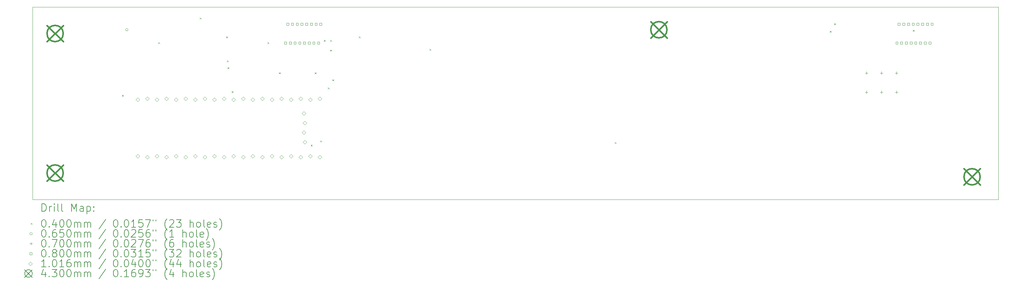
<source format=gbr>
%TF.GenerationSoftware,KiCad,Pcbnew,6.0.10-86aedd382b~118~ubuntu22.04.1*%
%TF.CreationDate,2023-01-16T13:23:33+01:00*%
%TF.ProjectId,tandberg-usb,74616e64-6265-4726-972d-7573622e6b69,rev?*%
%TF.SameCoordinates,Original*%
%TF.FileFunction,Drillmap*%
%TF.FilePolarity,Positive*%
%FSLAX45Y45*%
G04 Gerber Fmt 4.5, Leading zero omitted, Abs format (unit mm)*
G04 Created by KiCad (PCBNEW 6.0.10-86aedd382b~118~ubuntu22.04.1) date 2023-01-16 13:23:33*
%MOMM*%
%LPD*%
G01*
G04 APERTURE LIST*
%ADD10C,0.100000*%
%ADD11C,0.200000*%
%ADD12C,0.040000*%
%ADD13C,0.065000*%
%ADD14C,0.070000*%
%ADD15C,0.080000*%
%ADD16C,0.101600*%
%ADD17C,0.430000*%
G04 APERTURE END LIST*
D10*
X2100000Y-2400000D02*
X27700000Y-2400000D01*
X27700000Y-2400000D02*
X27700000Y-7500000D01*
X27700000Y-7500000D02*
X2100000Y-7500000D01*
X2100000Y-7500000D02*
X2100000Y-2400000D01*
D11*
D12*
X4470000Y-4730000D02*
X4510000Y-4770000D01*
X4510000Y-4730000D02*
X4470000Y-4770000D01*
X5430000Y-3330000D02*
X5470000Y-3370000D01*
X5470000Y-3330000D02*
X5430000Y-3370000D01*
X6530000Y-2680000D02*
X6570000Y-2720000D01*
X6570000Y-2680000D02*
X6530000Y-2720000D01*
X7230000Y-3180000D02*
X7270000Y-3220000D01*
X7270000Y-3180000D02*
X7230000Y-3220000D01*
X7250790Y-3814570D02*
X7290790Y-3854570D01*
X7290790Y-3814570D02*
X7250790Y-3854570D01*
X7267270Y-3993690D02*
X7307270Y-4033690D01*
X7307270Y-3993690D02*
X7267270Y-4033690D01*
X7380000Y-4630000D02*
X7420000Y-4670000D01*
X7420000Y-4630000D02*
X7380000Y-4670000D01*
X8330000Y-3330000D02*
X8370000Y-3370000D01*
X8370000Y-3330000D02*
X8330000Y-3370000D01*
X8630000Y-4130000D02*
X8670000Y-4170000D01*
X8670000Y-4130000D02*
X8630000Y-4170000D01*
X9475360Y-6050080D02*
X9515360Y-6090080D01*
X9515360Y-6050080D02*
X9475360Y-6090080D01*
X9580000Y-4130000D02*
X9620000Y-4170000D01*
X9620000Y-4130000D02*
X9580000Y-4170000D01*
X9723260Y-5935070D02*
X9763260Y-5975070D01*
X9763260Y-5935070D02*
X9723260Y-5975070D01*
X9821070Y-3271930D02*
X9861070Y-3311930D01*
X9861070Y-3271930D02*
X9821070Y-3311930D01*
X9930000Y-4530000D02*
X9970000Y-4570000D01*
X9970000Y-4530000D02*
X9930000Y-4570000D01*
X9985340Y-3271930D02*
X10025340Y-3311930D01*
X10025340Y-3271930D02*
X9985340Y-3311930D01*
X9986030Y-3530000D02*
X10026030Y-3570000D01*
X10026030Y-3530000D02*
X9986030Y-3570000D01*
X10043420Y-4315680D02*
X10083420Y-4355680D01*
X10083420Y-4315680D02*
X10043420Y-4355680D01*
X10751330Y-3178480D02*
X10791330Y-3218480D01*
X10791330Y-3178480D02*
X10751330Y-3218480D01*
X12620470Y-3507970D02*
X12660470Y-3547970D01*
X12660470Y-3507970D02*
X12620470Y-3547970D01*
X17530000Y-5980000D02*
X17570000Y-6020000D01*
X17570000Y-5980000D02*
X17530000Y-6020000D01*
X23226840Y-3030000D02*
X23266840Y-3070000D01*
X23266840Y-3030000D02*
X23226840Y-3070000D01*
X23343000Y-2830000D02*
X23383000Y-2870000D01*
X23383000Y-2830000D02*
X23343000Y-2870000D01*
X25430590Y-3005000D02*
X25470590Y-3045000D01*
X25470590Y-3005000D02*
X25430590Y-3045000D01*
D13*
X4632500Y-3000000D02*
G75*
G03*
X4632500Y-3000000I-32500J0D01*
G01*
D14*
X24200000Y-4111000D02*
X24200000Y-4181000D01*
X24165000Y-4146000D02*
X24235000Y-4146000D01*
X24200000Y-4619000D02*
X24200000Y-4689000D01*
X24165000Y-4654000D02*
X24235000Y-4654000D01*
X24600000Y-4111000D02*
X24600000Y-4181000D01*
X24565000Y-4146000D02*
X24635000Y-4146000D01*
X24600000Y-4619000D02*
X24600000Y-4689000D01*
X24565000Y-4654000D02*
X24635000Y-4654000D01*
X25000000Y-4111000D02*
X25000000Y-4181000D01*
X24965000Y-4146000D02*
X25035000Y-4146000D01*
X25000000Y-4619000D02*
X25000000Y-4689000D01*
X24965000Y-4654000D02*
X25035000Y-4654000D01*
D15*
X8833285Y-3378284D02*
X8833285Y-3321715D01*
X8776716Y-3321715D01*
X8776716Y-3378284D01*
X8833285Y-3378284D01*
X8890785Y-2878284D02*
X8890785Y-2821715D01*
X8834216Y-2821715D01*
X8834216Y-2878284D01*
X8890785Y-2878284D01*
X8958285Y-3378284D02*
X8958285Y-3321715D01*
X8901716Y-3321715D01*
X8901716Y-3378284D01*
X8958285Y-3378284D01*
X9015785Y-2878284D02*
X9015785Y-2821715D01*
X8959216Y-2821715D01*
X8959216Y-2878284D01*
X9015785Y-2878284D01*
X9083285Y-3378284D02*
X9083285Y-3321715D01*
X9026716Y-3321715D01*
X9026716Y-3378284D01*
X9083285Y-3378284D01*
X9140785Y-2878284D02*
X9140785Y-2821715D01*
X9084216Y-2821715D01*
X9084216Y-2878284D01*
X9140785Y-2878284D01*
X9208285Y-3378284D02*
X9208285Y-3321715D01*
X9151716Y-3321715D01*
X9151716Y-3378284D01*
X9208285Y-3378284D01*
X9265785Y-2878284D02*
X9265785Y-2821715D01*
X9209216Y-2821715D01*
X9209216Y-2878284D01*
X9265785Y-2878284D01*
X9333285Y-3378284D02*
X9333285Y-3321715D01*
X9276716Y-3321715D01*
X9276716Y-3378284D01*
X9333285Y-3378284D01*
X9390785Y-2878284D02*
X9390785Y-2821715D01*
X9334216Y-2821715D01*
X9334216Y-2878284D01*
X9390785Y-2878284D01*
X9458285Y-3378284D02*
X9458285Y-3321715D01*
X9401716Y-3321715D01*
X9401716Y-3378284D01*
X9458285Y-3378284D01*
X9515785Y-2878284D02*
X9515785Y-2821715D01*
X9459216Y-2821715D01*
X9459216Y-2878284D01*
X9515785Y-2878284D01*
X9583285Y-3378284D02*
X9583285Y-3321715D01*
X9526716Y-3321715D01*
X9526716Y-3378284D01*
X9583285Y-3378284D01*
X9640785Y-2878284D02*
X9640785Y-2821715D01*
X9584216Y-2821715D01*
X9584216Y-2878284D01*
X9640785Y-2878284D01*
X9708285Y-3378284D02*
X9708285Y-3321715D01*
X9651716Y-3321715D01*
X9651716Y-3378284D01*
X9708285Y-3378284D01*
X9765785Y-2878284D02*
X9765785Y-2821715D01*
X9709216Y-2821715D01*
X9709216Y-2878284D01*
X9765785Y-2878284D01*
X25033284Y-3378284D02*
X25033284Y-3321715D01*
X24976715Y-3321715D01*
X24976715Y-3378284D01*
X25033284Y-3378284D01*
X25090784Y-2878284D02*
X25090784Y-2821715D01*
X25034215Y-2821715D01*
X25034215Y-2878284D01*
X25090784Y-2878284D01*
X25158284Y-3378284D02*
X25158284Y-3321715D01*
X25101715Y-3321715D01*
X25101715Y-3378284D01*
X25158284Y-3378284D01*
X25215784Y-2878284D02*
X25215784Y-2821715D01*
X25159215Y-2821715D01*
X25159215Y-2878284D01*
X25215784Y-2878284D01*
X25283284Y-3378284D02*
X25283284Y-3321715D01*
X25226715Y-3321715D01*
X25226715Y-3378284D01*
X25283284Y-3378284D01*
X25340784Y-2878284D02*
X25340784Y-2821715D01*
X25284215Y-2821715D01*
X25284215Y-2878284D01*
X25340784Y-2878284D01*
X25408284Y-3378284D02*
X25408284Y-3321715D01*
X25351715Y-3321715D01*
X25351715Y-3378284D01*
X25408284Y-3378284D01*
X25465784Y-2878284D02*
X25465784Y-2821715D01*
X25409215Y-2821715D01*
X25409215Y-2878284D01*
X25465784Y-2878284D01*
X25533284Y-3378284D02*
X25533284Y-3321715D01*
X25476715Y-3321715D01*
X25476715Y-3378284D01*
X25533284Y-3378284D01*
X25590784Y-2878284D02*
X25590784Y-2821715D01*
X25534215Y-2821715D01*
X25534215Y-2878284D01*
X25590784Y-2878284D01*
X25658284Y-3378284D02*
X25658284Y-3321715D01*
X25601715Y-3321715D01*
X25601715Y-3378284D01*
X25658284Y-3378284D01*
X25715784Y-2878284D02*
X25715784Y-2821715D01*
X25659215Y-2821715D01*
X25659215Y-2878284D01*
X25715784Y-2878284D01*
X25783284Y-3378284D02*
X25783284Y-3321715D01*
X25726715Y-3321715D01*
X25726715Y-3378284D01*
X25783284Y-3378284D01*
X25840784Y-2878284D02*
X25840784Y-2821715D01*
X25784215Y-2821715D01*
X25784215Y-2878284D01*
X25840784Y-2878284D01*
X25908284Y-3378284D02*
X25908284Y-3321715D01*
X25851715Y-3321715D01*
X25851715Y-3378284D01*
X25908284Y-3378284D01*
X25965784Y-2878284D02*
X25965784Y-2821715D01*
X25909215Y-2821715D01*
X25909215Y-2878284D01*
X25965784Y-2878284D01*
D16*
X4890000Y-4901500D02*
X4940800Y-4850700D01*
X4890000Y-4799900D01*
X4839200Y-4850700D01*
X4890000Y-4901500D01*
X4890000Y-6400100D02*
X4940800Y-6349300D01*
X4890000Y-6298500D01*
X4839200Y-6349300D01*
X4890000Y-6400100D01*
X5144000Y-4876100D02*
X5194800Y-4825300D01*
X5144000Y-4774500D01*
X5093200Y-4825300D01*
X5144000Y-4876100D01*
X5144000Y-6425500D02*
X5194800Y-6374700D01*
X5144000Y-6323900D01*
X5093200Y-6374700D01*
X5144000Y-6425500D01*
X5398000Y-4901500D02*
X5448800Y-4850700D01*
X5398000Y-4799900D01*
X5347200Y-4850700D01*
X5398000Y-4901500D01*
X5398000Y-6400100D02*
X5448800Y-6349300D01*
X5398000Y-6298500D01*
X5347200Y-6349300D01*
X5398000Y-6400100D01*
X5652000Y-4876100D02*
X5702800Y-4825300D01*
X5652000Y-4774500D01*
X5601200Y-4825300D01*
X5652000Y-4876100D01*
X5652000Y-6425500D02*
X5702800Y-6374700D01*
X5652000Y-6323900D01*
X5601200Y-6374700D01*
X5652000Y-6425500D01*
X5906000Y-4901500D02*
X5956800Y-4850700D01*
X5906000Y-4799900D01*
X5855200Y-4850700D01*
X5906000Y-4901500D01*
X5906000Y-6400100D02*
X5956800Y-6349300D01*
X5906000Y-6298500D01*
X5855200Y-6349300D01*
X5906000Y-6400100D01*
X6160000Y-4876100D02*
X6210800Y-4825300D01*
X6160000Y-4774500D01*
X6109200Y-4825300D01*
X6160000Y-4876100D01*
X6160000Y-6425500D02*
X6210800Y-6374700D01*
X6160000Y-6323900D01*
X6109200Y-6374700D01*
X6160000Y-6425500D01*
X6414000Y-4901500D02*
X6464800Y-4850700D01*
X6414000Y-4799900D01*
X6363200Y-4850700D01*
X6414000Y-4901500D01*
X6414000Y-6400100D02*
X6464800Y-6349300D01*
X6414000Y-6298500D01*
X6363200Y-6349300D01*
X6414000Y-6400100D01*
X6668000Y-4876100D02*
X6718800Y-4825300D01*
X6668000Y-4774500D01*
X6617200Y-4825300D01*
X6668000Y-4876100D01*
X6668000Y-6425500D02*
X6718800Y-6374700D01*
X6668000Y-6323900D01*
X6617200Y-6374700D01*
X6668000Y-6425500D01*
X6922000Y-4901500D02*
X6972800Y-4850700D01*
X6922000Y-4799900D01*
X6871200Y-4850700D01*
X6922000Y-4901500D01*
X6922000Y-6400100D02*
X6972800Y-6349300D01*
X6922000Y-6298500D01*
X6871200Y-6349300D01*
X6922000Y-6400100D01*
X7176000Y-4876100D02*
X7226800Y-4825300D01*
X7176000Y-4774500D01*
X7125200Y-4825300D01*
X7176000Y-4876100D01*
X7176000Y-6425500D02*
X7226800Y-6374700D01*
X7176000Y-6323900D01*
X7125200Y-6374700D01*
X7176000Y-6425500D01*
X7430000Y-4901500D02*
X7480800Y-4850700D01*
X7430000Y-4799900D01*
X7379200Y-4850700D01*
X7430000Y-4901500D01*
X7430000Y-6400100D02*
X7480800Y-6349300D01*
X7430000Y-6298500D01*
X7379200Y-6349300D01*
X7430000Y-6400100D01*
X7684000Y-4876100D02*
X7734800Y-4825300D01*
X7684000Y-4774500D01*
X7633200Y-4825300D01*
X7684000Y-4876100D01*
X7684000Y-6425500D02*
X7734800Y-6374700D01*
X7684000Y-6323900D01*
X7633200Y-6374700D01*
X7684000Y-6425500D01*
X7938000Y-4901500D02*
X7988800Y-4850700D01*
X7938000Y-4799900D01*
X7887200Y-4850700D01*
X7938000Y-4901500D01*
X7938000Y-6400100D02*
X7988800Y-6349300D01*
X7938000Y-6298500D01*
X7887200Y-6349300D01*
X7938000Y-6400100D01*
X8192000Y-4876100D02*
X8242800Y-4825300D01*
X8192000Y-4774500D01*
X8141200Y-4825300D01*
X8192000Y-4876100D01*
X8192000Y-6425500D02*
X8242800Y-6374700D01*
X8192000Y-6323900D01*
X8141200Y-6374700D01*
X8192000Y-6425500D01*
X8446000Y-4901500D02*
X8496800Y-4850700D01*
X8446000Y-4799900D01*
X8395200Y-4850700D01*
X8446000Y-4901500D01*
X8446000Y-6400100D02*
X8496800Y-6349300D01*
X8446000Y-6298500D01*
X8395200Y-6349300D01*
X8446000Y-6400100D01*
X8700000Y-4876100D02*
X8750800Y-4825300D01*
X8700000Y-4774500D01*
X8649200Y-4825300D01*
X8700000Y-4876100D01*
X8700000Y-6425500D02*
X8750800Y-6374700D01*
X8700000Y-6323900D01*
X8649200Y-6374700D01*
X8700000Y-6425500D01*
X8954000Y-4901500D02*
X9004800Y-4850700D01*
X8954000Y-4799900D01*
X8903200Y-4850700D01*
X8954000Y-4901500D01*
X8954000Y-6400100D02*
X9004800Y-6349300D01*
X8954000Y-6298500D01*
X8903200Y-6349300D01*
X8954000Y-6400100D01*
X9208000Y-4876100D02*
X9258800Y-4825300D01*
X9208000Y-4774500D01*
X9157200Y-4825300D01*
X9208000Y-4876100D01*
X9208000Y-6425500D02*
X9258800Y-6374700D01*
X9208000Y-6323900D01*
X9157200Y-6374700D01*
X9208000Y-6425500D01*
X9292300Y-5269800D02*
X9343100Y-5219000D01*
X9292300Y-5168200D01*
X9241500Y-5219000D01*
X9292300Y-5269800D01*
X9292300Y-5777800D02*
X9343100Y-5727000D01*
X9292300Y-5676200D01*
X9241500Y-5727000D01*
X9292300Y-5777800D01*
X9317700Y-5523800D02*
X9368500Y-5473000D01*
X9317700Y-5422200D01*
X9266900Y-5473000D01*
X9317700Y-5523800D01*
X9317700Y-6031800D02*
X9368500Y-5981000D01*
X9317700Y-5930200D01*
X9266900Y-5981000D01*
X9317700Y-6031800D01*
X9462000Y-4901500D02*
X9512800Y-4850700D01*
X9462000Y-4799900D01*
X9411200Y-4850700D01*
X9462000Y-4901500D01*
X9462000Y-6400100D02*
X9512800Y-6349300D01*
X9462000Y-6298500D01*
X9411200Y-6349300D01*
X9462000Y-6400100D01*
X9716000Y-4876100D02*
X9766800Y-4825300D01*
X9716000Y-4774500D01*
X9665200Y-4825300D01*
X9716000Y-4876100D01*
X9716000Y-6425500D02*
X9766800Y-6374700D01*
X9716000Y-6323900D01*
X9665200Y-6374700D01*
X9716000Y-6425500D01*
D17*
X2485000Y-2885000D02*
X2915000Y-3315000D01*
X2915000Y-2885000D02*
X2485000Y-3315000D01*
X2915000Y-3100000D02*
G75*
G03*
X2915000Y-3100000I-215000J0D01*
G01*
X2485000Y-6585000D02*
X2915000Y-7015000D01*
X2915000Y-6585000D02*
X2485000Y-7015000D01*
X2915000Y-6800000D02*
G75*
G03*
X2915000Y-6800000I-215000J0D01*
G01*
X18485000Y-2785000D02*
X18915000Y-3215000D01*
X18915000Y-2785000D02*
X18485000Y-3215000D01*
X18915000Y-3000000D02*
G75*
G03*
X18915000Y-3000000I-215000J0D01*
G01*
X26785000Y-6685000D02*
X27215000Y-7115000D01*
X27215000Y-6685000D02*
X26785000Y-7115000D01*
X27215000Y-6900000D02*
G75*
G03*
X27215000Y-6900000I-215000J0D01*
G01*
D11*
X2352619Y-7815476D02*
X2352619Y-7615476D01*
X2400238Y-7615476D01*
X2428810Y-7625000D01*
X2447857Y-7644048D01*
X2457381Y-7663095D01*
X2466905Y-7701190D01*
X2466905Y-7729762D01*
X2457381Y-7767857D01*
X2447857Y-7786905D01*
X2428810Y-7805952D01*
X2400238Y-7815476D01*
X2352619Y-7815476D01*
X2552619Y-7815476D02*
X2552619Y-7682143D01*
X2552619Y-7720238D02*
X2562143Y-7701190D01*
X2571667Y-7691667D01*
X2590714Y-7682143D01*
X2609762Y-7682143D01*
X2676429Y-7815476D02*
X2676429Y-7682143D01*
X2676429Y-7615476D02*
X2666905Y-7625000D01*
X2676429Y-7634524D01*
X2685952Y-7625000D01*
X2676429Y-7615476D01*
X2676429Y-7634524D01*
X2800238Y-7815476D02*
X2781190Y-7805952D01*
X2771667Y-7786905D01*
X2771667Y-7615476D01*
X2905000Y-7815476D02*
X2885952Y-7805952D01*
X2876428Y-7786905D01*
X2876428Y-7615476D01*
X3133571Y-7815476D02*
X3133571Y-7615476D01*
X3200238Y-7758333D01*
X3266905Y-7615476D01*
X3266905Y-7815476D01*
X3447857Y-7815476D02*
X3447857Y-7710714D01*
X3438333Y-7691667D01*
X3419286Y-7682143D01*
X3381190Y-7682143D01*
X3362143Y-7691667D01*
X3447857Y-7805952D02*
X3428809Y-7815476D01*
X3381190Y-7815476D01*
X3362143Y-7805952D01*
X3352619Y-7786905D01*
X3352619Y-7767857D01*
X3362143Y-7748809D01*
X3381190Y-7739286D01*
X3428809Y-7739286D01*
X3447857Y-7729762D01*
X3543095Y-7682143D02*
X3543095Y-7882143D01*
X3543095Y-7691667D02*
X3562143Y-7682143D01*
X3600238Y-7682143D01*
X3619286Y-7691667D01*
X3628809Y-7701190D01*
X3638333Y-7720238D01*
X3638333Y-7777381D01*
X3628809Y-7796428D01*
X3619286Y-7805952D01*
X3600238Y-7815476D01*
X3562143Y-7815476D01*
X3543095Y-7805952D01*
X3724048Y-7796428D02*
X3733571Y-7805952D01*
X3724048Y-7815476D01*
X3714524Y-7805952D01*
X3724048Y-7796428D01*
X3724048Y-7815476D01*
X3724048Y-7691667D02*
X3733571Y-7701190D01*
X3724048Y-7710714D01*
X3714524Y-7701190D01*
X3724048Y-7691667D01*
X3724048Y-7710714D01*
D12*
X2055000Y-8125000D02*
X2095000Y-8165000D01*
X2095000Y-8125000D02*
X2055000Y-8165000D01*
D11*
X2390714Y-8035476D02*
X2409762Y-8035476D01*
X2428810Y-8045000D01*
X2438333Y-8054524D01*
X2447857Y-8073571D01*
X2457381Y-8111667D01*
X2457381Y-8159286D01*
X2447857Y-8197381D01*
X2438333Y-8216428D01*
X2428810Y-8225952D01*
X2409762Y-8235476D01*
X2390714Y-8235476D01*
X2371667Y-8225952D01*
X2362143Y-8216428D01*
X2352619Y-8197381D01*
X2343095Y-8159286D01*
X2343095Y-8111667D01*
X2352619Y-8073571D01*
X2362143Y-8054524D01*
X2371667Y-8045000D01*
X2390714Y-8035476D01*
X2543095Y-8216428D02*
X2552619Y-8225952D01*
X2543095Y-8235476D01*
X2533571Y-8225952D01*
X2543095Y-8216428D01*
X2543095Y-8235476D01*
X2724048Y-8102143D02*
X2724048Y-8235476D01*
X2676429Y-8025952D02*
X2628810Y-8168809D01*
X2752619Y-8168809D01*
X2866905Y-8035476D02*
X2885952Y-8035476D01*
X2905000Y-8045000D01*
X2914524Y-8054524D01*
X2924048Y-8073571D01*
X2933571Y-8111667D01*
X2933571Y-8159286D01*
X2924048Y-8197381D01*
X2914524Y-8216428D01*
X2905000Y-8225952D01*
X2885952Y-8235476D01*
X2866905Y-8235476D01*
X2847857Y-8225952D01*
X2838333Y-8216428D01*
X2828809Y-8197381D01*
X2819286Y-8159286D01*
X2819286Y-8111667D01*
X2828809Y-8073571D01*
X2838333Y-8054524D01*
X2847857Y-8045000D01*
X2866905Y-8035476D01*
X3057381Y-8035476D02*
X3076428Y-8035476D01*
X3095476Y-8045000D01*
X3105000Y-8054524D01*
X3114524Y-8073571D01*
X3124048Y-8111667D01*
X3124048Y-8159286D01*
X3114524Y-8197381D01*
X3105000Y-8216428D01*
X3095476Y-8225952D01*
X3076428Y-8235476D01*
X3057381Y-8235476D01*
X3038333Y-8225952D01*
X3028809Y-8216428D01*
X3019286Y-8197381D01*
X3009762Y-8159286D01*
X3009762Y-8111667D01*
X3019286Y-8073571D01*
X3028809Y-8054524D01*
X3038333Y-8045000D01*
X3057381Y-8035476D01*
X3209762Y-8235476D02*
X3209762Y-8102143D01*
X3209762Y-8121190D02*
X3219286Y-8111667D01*
X3238333Y-8102143D01*
X3266905Y-8102143D01*
X3285952Y-8111667D01*
X3295476Y-8130714D01*
X3295476Y-8235476D01*
X3295476Y-8130714D02*
X3305000Y-8111667D01*
X3324048Y-8102143D01*
X3352619Y-8102143D01*
X3371667Y-8111667D01*
X3381190Y-8130714D01*
X3381190Y-8235476D01*
X3476428Y-8235476D02*
X3476428Y-8102143D01*
X3476428Y-8121190D02*
X3485952Y-8111667D01*
X3505000Y-8102143D01*
X3533571Y-8102143D01*
X3552619Y-8111667D01*
X3562143Y-8130714D01*
X3562143Y-8235476D01*
X3562143Y-8130714D02*
X3571667Y-8111667D01*
X3590714Y-8102143D01*
X3619286Y-8102143D01*
X3638333Y-8111667D01*
X3647857Y-8130714D01*
X3647857Y-8235476D01*
X4038333Y-8025952D02*
X3866905Y-8283095D01*
X4295476Y-8035476D02*
X4314524Y-8035476D01*
X4333571Y-8045000D01*
X4343095Y-8054524D01*
X4352619Y-8073571D01*
X4362143Y-8111667D01*
X4362143Y-8159286D01*
X4352619Y-8197381D01*
X4343095Y-8216428D01*
X4333571Y-8225952D01*
X4314524Y-8235476D01*
X4295476Y-8235476D01*
X4276429Y-8225952D01*
X4266905Y-8216428D01*
X4257381Y-8197381D01*
X4247857Y-8159286D01*
X4247857Y-8111667D01*
X4257381Y-8073571D01*
X4266905Y-8054524D01*
X4276429Y-8045000D01*
X4295476Y-8035476D01*
X4447857Y-8216428D02*
X4457381Y-8225952D01*
X4447857Y-8235476D01*
X4438333Y-8225952D01*
X4447857Y-8216428D01*
X4447857Y-8235476D01*
X4581190Y-8035476D02*
X4600238Y-8035476D01*
X4619286Y-8045000D01*
X4628810Y-8054524D01*
X4638333Y-8073571D01*
X4647857Y-8111667D01*
X4647857Y-8159286D01*
X4638333Y-8197381D01*
X4628810Y-8216428D01*
X4619286Y-8225952D01*
X4600238Y-8235476D01*
X4581190Y-8235476D01*
X4562143Y-8225952D01*
X4552619Y-8216428D01*
X4543095Y-8197381D01*
X4533571Y-8159286D01*
X4533571Y-8111667D01*
X4543095Y-8073571D01*
X4552619Y-8054524D01*
X4562143Y-8045000D01*
X4581190Y-8035476D01*
X4838333Y-8235476D02*
X4724048Y-8235476D01*
X4781190Y-8235476D02*
X4781190Y-8035476D01*
X4762143Y-8064048D01*
X4743095Y-8083095D01*
X4724048Y-8092619D01*
X5019286Y-8035476D02*
X4924048Y-8035476D01*
X4914524Y-8130714D01*
X4924048Y-8121190D01*
X4943095Y-8111667D01*
X4990714Y-8111667D01*
X5009762Y-8121190D01*
X5019286Y-8130714D01*
X5028810Y-8149762D01*
X5028810Y-8197381D01*
X5019286Y-8216428D01*
X5009762Y-8225952D01*
X4990714Y-8235476D01*
X4943095Y-8235476D01*
X4924048Y-8225952D01*
X4914524Y-8216428D01*
X5095476Y-8035476D02*
X5228810Y-8035476D01*
X5143095Y-8235476D01*
X5295476Y-8035476D02*
X5295476Y-8073571D01*
X5371667Y-8035476D02*
X5371667Y-8073571D01*
X5666905Y-8311667D02*
X5657381Y-8302143D01*
X5638333Y-8273571D01*
X5628809Y-8254524D01*
X5619286Y-8225952D01*
X5609762Y-8178333D01*
X5609762Y-8140238D01*
X5619286Y-8092619D01*
X5628809Y-8064048D01*
X5638333Y-8045000D01*
X5657381Y-8016428D01*
X5666905Y-8006905D01*
X5733571Y-8054524D02*
X5743095Y-8045000D01*
X5762143Y-8035476D01*
X5809762Y-8035476D01*
X5828809Y-8045000D01*
X5838333Y-8054524D01*
X5847857Y-8073571D01*
X5847857Y-8092619D01*
X5838333Y-8121190D01*
X5724048Y-8235476D01*
X5847857Y-8235476D01*
X5914524Y-8035476D02*
X6038333Y-8035476D01*
X5971667Y-8111667D01*
X6000238Y-8111667D01*
X6019286Y-8121190D01*
X6028809Y-8130714D01*
X6038333Y-8149762D01*
X6038333Y-8197381D01*
X6028809Y-8216428D01*
X6019286Y-8225952D01*
X6000238Y-8235476D01*
X5943095Y-8235476D01*
X5924048Y-8225952D01*
X5914524Y-8216428D01*
X6276428Y-8235476D02*
X6276428Y-8035476D01*
X6362143Y-8235476D02*
X6362143Y-8130714D01*
X6352619Y-8111667D01*
X6333571Y-8102143D01*
X6305000Y-8102143D01*
X6285952Y-8111667D01*
X6276428Y-8121190D01*
X6485952Y-8235476D02*
X6466905Y-8225952D01*
X6457381Y-8216428D01*
X6447857Y-8197381D01*
X6447857Y-8140238D01*
X6457381Y-8121190D01*
X6466905Y-8111667D01*
X6485952Y-8102143D01*
X6514524Y-8102143D01*
X6533571Y-8111667D01*
X6543095Y-8121190D01*
X6552619Y-8140238D01*
X6552619Y-8197381D01*
X6543095Y-8216428D01*
X6533571Y-8225952D01*
X6514524Y-8235476D01*
X6485952Y-8235476D01*
X6666905Y-8235476D02*
X6647857Y-8225952D01*
X6638333Y-8206905D01*
X6638333Y-8035476D01*
X6819286Y-8225952D02*
X6800238Y-8235476D01*
X6762143Y-8235476D01*
X6743095Y-8225952D01*
X6733571Y-8206905D01*
X6733571Y-8130714D01*
X6743095Y-8111667D01*
X6762143Y-8102143D01*
X6800238Y-8102143D01*
X6819286Y-8111667D01*
X6828809Y-8130714D01*
X6828809Y-8149762D01*
X6733571Y-8168809D01*
X6905000Y-8225952D02*
X6924048Y-8235476D01*
X6962143Y-8235476D01*
X6981190Y-8225952D01*
X6990714Y-8206905D01*
X6990714Y-8197381D01*
X6981190Y-8178333D01*
X6962143Y-8168809D01*
X6933571Y-8168809D01*
X6914524Y-8159286D01*
X6905000Y-8140238D01*
X6905000Y-8130714D01*
X6914524Y-8111667D01*
X6933571Y-8102143D01*
X6962143Y-8102143D01*
X6981190Y-8111667D01*
X7057381Y-8311667D02*
X7066905Y-8302143D01*
X7085952Y-8273571D01*
X7095476Y-8254524D01*
X7105000Y-8225952D01*
X7114524Y-8178333D01*
X7114524Y-8140238D01*
X7105000Y-8092619D01*
X7095476Y-8064048D01*
X7085952Y-8045000D01*
X7066905Y-8016428D01*
X7057381Y-8006905D01*
D13*
X2095000Y-8409000D02*
G75*
G03*
X2095000Y-8409000I-32500J0D01*
G01*
D11*
X2390714Y-8299476D02*
X2409762Y-8299476D01*
X2428810Y-8309000D01*
X2438333Y-8318524D01*
X2447857Y-8337571D01*
X2457381Y-8375667D01*
X2457381Y-8423286D01*
X2447857Y-8461381D01*
X2438333Y-8480429D01*
X2428810Y-8489952D01*
X2409762Y-8499476D01*
X2390714Y-8499476D01*
X2371667Y-8489952D01*
X2362143Y-8480429D01*
X2352619Y-8461381D01*
X2343095Y-8423286D01*
X2343095Y-8375667D01*
X2352619Y-8337571D01*
X2362143Y-8318524D01*
X2371667Y-8309000D01*
X2390714Y-8299476D01*
X2543095Y-8480429D02*
X2552619Y-8489952D01*
X2543095Y-8499476D01*
X2533571Y-8489952D01*
X2543095Y-8480429D01*
X2543095Y-8499476D01*
X2724048Y-8299476D02*
X2685952Y-8299476D01*
X2666905Y-8309000D01*
X2657381Y-8318524D01*
X2638333Y-8347095D01*
X2628810Y-8385190D01*
X2628810Y-8461381D01*
X2638333Y-8480429D01*
X2647857Y-8489952D01*
X2666905Y-8499476D01*
X2705000Y-8499476D01*
X2724048Y-8489952D01*
X2733571Y-8480429D01*
X2743095Y-8461381D01*
X2743095Y-8413762D01*
X2733571Y-8394714D01*
X2724048Y-8385190D01*
X2705000Y-8375667D01*
X2666905Y-8375667D01*
X2647857Y-8385190D01*
X2638333Y-8394714D01*
X2628810Y-8413762D01*
X2924048Y-8299476D02*
X2828809Y-8299476D01*
X2819286Y-8394714D01*
X2828809Y-8385190D01*
X2847857Y-8375667D01*
X2895476Y-8375667D01*
X2914524Y-8385190D01*
X2924048Y-8394714D01*
X2933571Y-8413762D01*
X2933571Y-8461381D01*
X2924048Y-8480429D01*
X2914524Y-8489952D01*
X2895476Y-8499476D01*
X2847857Y-8499476D01*
X2828809Y-8489952D01*
X2819286Y-8480429D01*
X3057381Y-8299476D02*
X3076428Y-8299476D01*
X3095476Y-8309000D01*
X3105000Y-8318524D01*
X3114524Y-8337571D01*
X3124048Y-8375667D01*
X3124048Y-8423286D01*
X3114524Y-8461381D01*
X3105000Y-8480429D01*
X3095476Y-8489952D01*
X3076428Y-8499476D01*
X3057381Y-8499476D01*
X3038333Y-8489952D01*
X3028809Y-8480429D01*
X3019286Y-8461381D01*
X3009762Y-8423286D01*
X3009762Y-8375667D01*
X3019286Y-8337571D01*
X3028809Y-8318524D01*
X3038333Y-8309000D01*
X3057381Y-8299476D01*
X3209762Y-8499476D02*
X3209762Y-8366143D01*
X3209762Y-8385190D02*
X3219286Y-8375667D01*
X3238333Y-8366143D01*
X3266905Y-8366143D01*
X3285952Y-8375667D01*
X3295476Y-8394714D01*
X3295476Y-8499476D01*
X3295476Y-8394714D02*
X3305000Y-8375667D01*
X3324048Y-8366143D01*
X3352619Y-8366143D01*
X3371667Y-8375667D01*
X3381190Y-8394714D01*
X3381190Y-8499476D01*
X3476428Y-8499476D02*
X3476428Y-8366143D01*
X3476428Y-8385190D02*
X3485952Y-8375667D01*
X3505000Y-8366143D01*
X3533571Y-8366143D01*
X3552619Y-8375667D01*
X3562143Y-8394714D01*
X3562143Y-8499476D01*
X3562143Y-8394714D02*
X3571667Y-8375667D01*
X3590714Y-8366143D01*
X3619286Y-8366143D01*
X3638333Y-8375667D01*
X3647857Y-8394714D01*
X3647857Y-8499476D01*
X4038333Y-8289952D02*
X3866905Y-8547095D01*
X4295476Y-8299476D02*
X4314524Y-8299476D01*
X4333571Y-8309000D01*
X4343095Y-8318524D01*
X4352619Y-8337571D01*
X4362143Y-8375667D01*
X4362143Y-8423286D01*
X4352619Y-8461381D01*
X4343095Y-8480429D01*
X4333571Y-8489952D01*
X4314524Y-8499476D01*
X4295476Y-8499476D01*
X4276429Y-8489952D01*
X4266905Y-8480429D01*
X4257381Y-8461381D01*
X4247857Y-8423286D01*
X4247857Y-8375667D01*
X4257381Y-8337571D01*
X4266905Y-8318524D01*
X4276429Y-8309000D01*
X4295476Y-8299476D01*
X4447857Y-8480429D02*
X4457381Y-8489952D01*
X4447857Y-8499476D01*
X4438333Y-8489952D01*
X4447857Y-8480429D01*
X4447857Y-8499476D01*
X4581190Y-8299476D02*
X4600238Y-8299476D01*
X4619286Y-8309000D01*
X4628810Y-8318524D01*
X4638333Y-8337571D01*
X4647857Y-8375667D01*
X4647857Y-8423286D01*
X4638333Y-8461381D01*
X4628810Y-8480429D01*
X4619286Y-8489952D01*
X4600238Y-8499476D01*
X4581190Y-8499476D01*
X4562143Y-8489952D01*
X4552619Y-8480429D01*
X4543095Y-8461381D01*
X4533571Y-8423286D01*
X4533571Y-8375667D01*
X4543095Y-8337571D01*
X4552619Y-8318524D01*
X4562143Y-8309000D01*
X4581190Y-8299476D01*
X4724048Y-8318524D02*
X4733571Y-8309000D01*
X4752619Y-8299476D01*
X4800238Y-8299476D01*
X4819286Y-8309000D01*
X4828810Y-8318524D01*
X4838333Y-8337571D01*
X4838333Y-8356619D01*
X4828810Y-8385190D01*
X4714524Y-8499476D01*
X4838333Y-8499476D01*
X5019286Y-8299476D02*
X4924048Y-8299476D01*
X4914524Y-8394714D01*
X4924048Y-8385190D01*
X4943095Y-8375667D01*
X4990714Y-8375667D01*
X5009762Y-8385190D01*
X5019286Y-8394714D01*
X5028810Y-8413762D01*
X5028810Y-8461381D01*
X5019286Y-8480429D01*
X5009762Y-8489952D01*
X4990714Y-8499476D01*
X4943095Y-8499476D01*
X4924048Y-8489952D01*
X4914524Y-8480429D01*
X5200238Y-8299476D02*
X5162143Y-8299476D01*
X5143095Y-8309000D01*
X5133571Y-8318524D01*
X5114524Y-8347095D01*
X5105000Y-8385190D01*
X5105000Y-8461381D01*
X5114524Y-8480429D01*
X5124048Y-8489952D01*
X5143095Y-8499476D01*
X5181190Y-8499476D01*
X5200238Y-8489952D01*
X5209762Y-8480429D01*
X5219286Y-8461381D01*
X5219286Y-8413762D01*
X5209762Y-8394714D01*
X5200238Y-8385190D01*
X5181190Y-8375667D01*
X5143095Y-8375667D01*
X5124048Y-8385190D01*
X5114524Y-8394714D01*
X5105000Y-8413762D01*
X5295476Y-8299476D02*
X5295476Y-8337571D01*
X5371667Y-8299476D02*
X5371667Y-8337571D01*
X5666905Y-8575667D02*
X5657381Y-8566143D01*
X5638333Y-8537571D01*
X5628809Y-8518524D01*
X5619286Y-8489952D01*
X5609762Y-8442333D01*
X5609762Y-8404238D01*
X5619286Y-8356619D01*
X5628809Y-8328048D01*
X5638333Y-8309000D01*
X5657381Y-8280428D01*
X5666905Y-8270905D01*
X5847857Y-8499476D02*
X5733571Y-8499476D01*
X5790714Y-8499476D02*
X5790714Y-8299476D01*
X5771667Y-8328048D01*
X5752619Y-8347095D01*
X5733571Y-8356619D01*
X6085952Y-8499476D02*
X6085952Y-8299476D01*
X6171667Y-8499476D02*
X6171667Y-8394714D01*
X6162143Y-8375667D01*
X6143095Y-8366143D01*
X6114524Y-8366143D01*
X6095476Y-8375667D01*
X6085952Y-8385190D01*
X6295476Y-8499476D02*
X6276428Y-8489952D01*
X6266905Y-8480429D01*
X6257381Y-8461381D01*
X6257381Y-8404238D01*
X6266905Y-8385190D01*
X6276428Y-8375667D01*
X6295476Y-8366143D01*
X6324048Y-8366143D01*
X6343095Y-8375667D01*
X6352619Y-8385190D01*
X6362143Y-8404238D01*
X6362143Y-8461381D01*
X6352619Y-8480429D01*
X6343095Y-8489952D01*
X6324048Y-8499476D01*
X6295476Y-8499476D01*
X6476428Y-8499476D02*
X6457381Y-8489952D01*
X6447857Y-8470905D01*
X6447857Y-8299476D01*
X6628809Y-8489952D02*
X6609762Y-8499476D01*
X6571667Y-8499476D01*
X6552619Y-8489952D01*
X6543095Y-8470905D01*
X6543095Y-8394714D01*
X6552619Y-8375667D01*
X6571667Y-8366143D01*
X6609762Y-8366143D01*
X6628809Y-8375667D01*
X6638333Y-8394714D01*
X6638333Y-8413762D01*
X6543095Y-8432810D01*
X6705000Y-8575667D02*
X6714524Y-8566143D01*
X6733571Y-8537571D01*
X6743095Y-8518524D01*
X6752619Y-8489952D01*
X6762143Y-8442333D01*
X6762143Y-8404238D01*
X6752619Y-8356619D01*
X6743095Y-8328048D01*
X6733571Y-8309000D01*
X6714524Y-8280428D01*
X6705000Y-8270905D01*
D14*
X2060000Y-8638000D02*
X2060000Y-8708000D01*
X2025000Y-8673000D02*
X2095000Y-8673000D01*
D11*
X2390714Y-8563476D02*
X2409762Y-8563476D01*
X2428810Y-8573000D01*
X2438333Y-8582524D01*
X2447857Y-8601571D01*
X2457381Y-8639667D01*
X2457381Y-8687286D01*
X2447857Y-8725381D01*
X2438333Y-8744429D01*
X2428810Y-8753952D01*
X2409762Y-8763476D01*
X2390714Y-8763476D01*
X2371667Y-8753952D01*
X2362143Y-8744429D01*
X2352619Y-8725381D01*
X2343095Y-8687286D01*
X2343095Y-8639667D01*
X2352619Y-8601571D01*
X2362143Y-8582524D01*
X2371667Y-8573000D01*
X2390714Y-8563476D01*
X2543095Y-8744429D02*
X2552619Y-8753952D01*
X2543095Y-8763476D01*
X2533571Y-8753952D01*
X2543095Y-8744429D01*
X2543095Y-8763476D01*
X2619286Y-8563476D02*
X2752619Y-8563476D01*
X2666905Y-8763476D01*
X2866905Y-8563476D02*
X2885952Y-8563476D01*
X2905000Y-8573000D01*
X2914524Y-8582524D01*
X2924048Y-8601571D01*
X2933571Y-8639667D01*
X2933571Y-8687286D01*
X2924048Y-8725381D01*
X2914524Y-8744429D01*
X2905000Y-8753952D01*
X2885952Y-8763476D01*
X2866905Y-8763476D01*
X2847857Y-8753952D01*
X2838333Y-8744429D01*
X2828809Y-8725381D01*
X2819286Y-8687286D01*
X2819286Y-8639667D01*
X2828809Y-8601571D01*
X2838333Y-8582524D01*
X2847857Y-8573000D01*
X2866905Y-8563476D01*
X3057381Y-8563476D02*
X3076428Y-8563476D01*
X3095476Y-8573000D01*
X3105000Y-8582524D01*
X3114524Y-8601571D01*
X3124048Y-8639667D01*
X3124048Y-8687286D01*
X3114524Y-8725381D01*
X3105000Y-8744429D01*
X3095476Y-8753952D01*
X3076428Y-8763476D01*
X3057381Y-8763476D01*
X3038333Y-8753952D01*
X3028809Y-8744429D01*
X3019286Y-8725381D01*
X3009762Y-8687286D01*
X3009762Y-8639667D01*
X3019286Y-8601571D01*
X3028809Y-8582524D01*
X3038333Y-8573000D01*
X3057381Y-8563476D01*
X3209762Y-8763476D02*
X3209762Y-8630143D01*
X3209762Y-8649190D02*
X3219286Y-8639667D01*
X3238333Y-8630143D01*
X3266905Y-8630143D01*
X3285952Y-8639667D01*
X3295476Y-8658714D01*
X3295476Y-8763476D01*
X3295476Y-8658714D02*
X3305000Y-8639667D01*
X3324048Y-8630143D01*
X3352619Y-8630143D01*
X3371667Y-8639667D01*
X3381190Y-8658714D01*
X3381190Y-8763476D01*
X3476428Y-8763476D02*
X3476428Y-8630143D01*
X3476428Y-8649190D02*
X3485952Y-8639667D01*
X3505000Y-8630143D01*
X3533571Y-8630143D01*
X3552619Y-8639667D01*
X3562143Y-8658714D01*
X3562143Y-8763476D01*
X3562143Y-8658714D02*
X3571667Y-8639667D01*
X3590714Y-8630143D01*
X3619286Y-8630143D01*
X3638333Y-8639667D01*
X3647857Y-8658714D01*
X3647857Y-8763476D01*
X4038333Y-8553952D02*
X3866905Y-8811095D01*
X4295476Y-8563476D02*
X4314524Y-8563476D01*
X4333571Y-8573000D01*
X4343095Y-8582524D01*
X4352619Y-8601571D01*
X4362143Y-8639667D01*
X4362143Y-8687286D01*
X4352619Y-8725381D01*
X4343095Y-8744429D01*
X4333571Y-8753952D01*
X4314524Y-8763476D01*
X4295476Y-8763476D01*
X4276429Y-8753952D01*
X4266905Y-8744429D01*
X4257381Y-8725381D01*
X4247857Y-8687286D01*
X4247857Y-8639667D01*
X4257381Y-8601571D01*
X4266905Y-8582524D01*
X4276429Y-8573000D01*
X4295476Y-8563476D01*
X4447857Y-8744429D02*
X4457381Y-8753952D01*
X4447857Y-8763476D01*
X4438333Y-8753952D01*
X4447857Y-8744429D01*
X4447857Y-8763476D01*
X4581190Y-8563476D02*
X4600238Y-8563476D01*
X4619286Y-8573000D01*
X4628810Y-8582524D01*
X4638333Y-8601571D01*
X4647857Y-8639667D01*
X4647857Y-8687286D01*
X4638333Y-8725381D01*
X4628810Y-8744429D01*
X4619286Y-8753952D01*
X4600238Y-8763476D01*
X4581190Y-8763476D01*
X4562143Y-8753952D01*
X4552619Y-8744429D01*
X4543095Y-8725381D01*
X4533571Y-8687286D01*
X4533571Y-8639667D01*
X4543095Y-8601571D01*
X4552619Y-8582524D01*
X4562143Y-8573000D01*
X4581190Y-8563476D01*
X4724048Y-8582524D02*
X4733571Y-8573000D01*
X4752619Y-8563476D01*
X4800238Y-8563476D01*
X4819286Y-8573000D01*
X4828810Y-8582524D01*
X4838333Y-8601571D01*
X4838333Y-8620619D01*
X4828810Y-8649190D01*
X4714524Y-8763476D01*
X4838333Y-8763476D01*
X4905000Y-8563476D02*
X5038333Y-8563476D01*
X4952619Y-8763476D01*
X5200238Y-8563476D02*
X5162143Y-8563476D01*
X5143095Y-8573000D01*
X5133571Y-8582524D01*
X5114524Y-8611095D01*
X5105000Y-8649190D01*
X5105000Y-8725381D01*
X5114524Y-8744429D01*
X5124048Y-8753952D01*
X5143095Y-8763476D01*
X5181190Y-8763476D01*
X5200238Y-8753952D01*
X5209762Y-8744429D01*
X5219286Y-8725381D01*
X5219286Y-8677762D01*
X5209762Y-8658714D01*
X5200238Y-8649190D01*
X5181190Y-8639667D01*
X5143095Y-8639667D01*
X5124048Y-8649190D01*
X5114524Y-8658714D01*
X5105000Y-8677762D01*
X5295476Y-8563476D02*
X5295476Y-8601571D01*
X5371667Y-8563476D02*
X5371667Y-8601571D01*
X5666905Y-8839667D02*
X5657381Y-8830143D01*
X5638333Y-8801571D01*
X5628809Y-8782524D01*
X5619286Y-8753952D01*
X5609762Y-8706333D01*
X5609762Y-8668238D01*
X5619286Y-8620619D01*
X5628809Y-8592048D01*
X5638333Y-8573000D01*
X5657381Y-8544429D01*
X5666905Y-8534905D01*
X5828809Y-8563476D02*
X5790714Y-8563476D01*
X5771667Y-8573000D01*
X5762143Y-8582524D01*
X5743095Y-8611095D01*
X5733571Y-8649190D01*
X5733571Y-8725381D01*
X5743095Y-8744429D01*
X5752619Y-8753952D01*
X5771667Y-8763476D01*
X5809762Y-8763476D01*
X5828809Y-8753952D01*
X5838333Y-8744429D01*
X5847857Y-8725381D01*
X5847857Y-8677762D01*
X5838333Y-8658714D01*
X5828809Y-8649190D01*
X5809762Y-8639667D01*
X5771667Y-8639667D01*
X5752619Y-8649190D01*
X5743095Y-8658714D01*
X5733571Y-8677762D01*
X6085952Y-8763476D02*
X6085952Y-8563476D01*
X6171667Y-8763476D02*
X6171667Y-8658714D01*
X6162143Y-8639667D01*
X6143095Y-8630143D01*
X6114524Y-8630143D01*
X6095476Y-8639667D01*
X6085952Y-8649190D01*
X6295476Y-8763476D02*
X6276428Y-8753952D01*
X6266905Y-8744429D01*
X6257381Y-8725381D01*
X6257381Y-8668238D01*
X6266905Y-8649190D01*
X6276428Y-8639667D01*
X6295476Y-8630143D01*
X6324048Y-8630143D01*
X6343095Y-8639667D01*
X6352619Y-8649190D01*
X6362143Y-8668238D01*
X6362143Y-8725381D01*
X6352619Y-8744429D01*
X6343095Y-8753952D01*
X6324048Y-8763476D01*
X6295476Y-8763476D01*
X6476428Y-8763476D02*
X6457381Y-8753952D01*
X6447857Y-8734905D01*
X6447857Y-8563476D01*
X6628809Y-8753952D02*
X6609762Y-8763476D01*
X6571667Y-8763476D01*
X6552619Y-8753952D01*
X6543095Y-8734905D01*
X6543095Y-8658714D01*
X6552619Y-8639667D01*
X6571667Y-8630143D01*
X6609762Y-8630143D01*
X6628809Y-8639667D01*
X6638333Y-8658714D01*
X6638333Y-8677762D01*
X6543095Y-8696810D01*
X6714524Y-8753952D02*
X6733571Y-8763476D01*
X6771667Y-8763476D01*
X6790714Y-8753952D01*
X6800238Y-8734905D01*
X6800238Y-8725381D01*
X6790714Y-8706333D01*
X6771667Y-8696810D01*
X6743095Y-8696810D01*
X6724048Y-8687286D01*
X6714524Y-8668238D01*
X6714524Y-8658714D01*
X6724048Y-8639667D01*
X6743095Y-8630143D01*
X6771667Y-8630143D01*
X6790714Y-8639667D01*
X6866905Y-8839667D02*
X6876428Y-8830143D01*
X6895476Y-8801571D01*
X6905000Y-8782524D01*
X6914524Y-8753952D01*
X6924048Y-8706333D01*
X6924048Y-8668238D01*
X6914524Y-8620619D01*
X6905000Y-8592048D01*
X6895476Y-8573000D01*
X6876428Y-8544429D01*
X6866905Y-8534905D01*
D15*
X2083284Y-8965285D02*
X2083284Y-8908716D01*
X2026715Y-8908716D01*
X2026715Y-8965285D01*
X2083284Y-8965285D01*
D11*
X2390714Y-8827476D02*
X2409762Y-8827476D01*
X2428810Y-8837000D01*
X2438333Y-8846524D01*
X2447857Y-8865571D01*
X2457381Y-8903667D01*
X2457381Y-8951286D01*
X2447857Y-8989381D01*
X2438333Y-9008429D01*
X2428810Y-9017952D01*
X2409762Y-9027476D01*
X2390714Y-9027476D01*
X2371667Y-9017952D01*
X2362143Y-9008429D01*
X2352619Y-8989381D01*
X2343095Y-8951286D01*
X2343095Y-8903667D01*
X2352619Y-8865571D01*
X2362143Y-8846524D01*
X2371667Y-8837000D01*
X2390714Y-8827476D01*
X2543095Y-9008429D02*
X2552619Y-9017952D01*
X2543095Y-9027476D01*
X2533571Y-9017952D01*
X2543095Y-9008429D01*
X2543095Y-9027476D01*
X2666905Y-8913190D02*
X2647857Y-8903667D01*
X2638333Y-8894143D01*
X2628810Y-8875095D01*
X2628810Y-8865571D01*
X2638333Y-8846524D01*
X2647857Y-8837000D01*
X2666905Y-8827476D01*
X2705000Y-8827476D01*
X2724048Y-8837000D01*
X2733571Y-8846524D01*
X2743095Y-8865571D01*
X2743095Y-8875095D01*
X2733571Y-8894143D01*
X2724048Y-8903667D01*
X2705000Y-8913190D01*
X2666905Y-8913190D01*
X2647857Y-8922714D01*
X2638333Y-8932238D01*
X2628810Y-8951286D01*
X2628810Y-8989381D01*
X2638333Y-9008429D01*
X2647857Y-9017952D01*
X2666905Y-9027476D01*
X2705000Y-9027476D01*
X2724048Y-9017952D01*
X2733571Y-9008429D01*
X2743095Y-8989381D01*
X2743095Y-8951286D01*
X2733571Y-8932238D01*
X2724048Y-8922714D01*
X2705000Y-8913190D01*
X2866905Y-8827476D02*
X2885952Y-8827476D01*
X2905000Y-8837000D01*
X2914524Y-8846524D01*
X2924048Y-8865571D01*
X2933571Y-8903667D01*
X2933571Y-8951286D01*
X2924048Y-8989381D01*
X2914524Y-9008429D01*
X2905000Y-9017952D01*
X2885952Y-9027476D01*
X2866905Y-9027476D01*
X2847857Y-9017952D01*
X2838333Y-9008429D01*
X2828809Y-8989381D01*
X2819286Y-8951286D01*
X2819286Y-8903667D01*
X2828809Y-8865571D01*
X2838333Y-8846524D01*
X2847857Y-8837000D01*
X2866905Y-8827476D01*
X3057381Y-8827476D02*
X3076428Y-8827476D01*
X3095476Y-8837000D01*
X3105000Y-8846524D01*
X3114524Y-8865571D01*
X3124048Y-8903667D01*
X3124048Y-8951286D01*
X3114524Y-8989381D01*
X3105000Y-9008429D01*
X3095476Y-9017952D01*
X3076428Y-9027476D01*
X3057381Y-9027476D01*
X3038333Y-9017952D01*
X3028809Y-9008429D01*
X3019286Y-8989381D01*
X3009762Y-8951286D01*
X3009762Y-8903667D01*
X3019286Y-8865571D01*
X3028809Y-8846524D01*
X3038333Y-8837000D01*
X3057381Y-8827476D01*
X3209762Y-9027476D02*
X3209762Y-8894143D01*
X3209762Y-8913190D02*
X3219286Y-8903667D01*
X3238333Y-8894143D01*
X3266905Y-8894143D01*
X3285952Y-8903667D01*
X3295476Y-8922714D01*
X3295476Y-9027476D01*
X3295476Y-8922714D02*
X3305000Y-8903667D01*
X3324048Y-8894143D01*
X3352619Y-8894143D01*
X3371667Y-8903667D01*
X3381190Y-8922714D01*
X3381190Y-9027476D01*
X3476428Y-9027476D02*
X3476428Y-8894143D01*
X3476428Y-8913190D02*
X3485952Y-8903667D01*
X3505000Y-8894143D01*
X3533571Y-8894143D01*
X3552619Y-8903667D01*
X3562143Y-8922714D01*
X3562143Y-9027476D01*
X3562143Y-8922714D02*
X3571667Y-8903667D01*
X3590714Y-8894143D01*
X3619286Y-8894143D01*
X3638333Y-8903667D01*
X3647857Y-8922714D01*
X3647857Y-9027476D01*
X4038333Y-8817952D02*
X3866905Y-9075095D01*
X4295476Y-8827476D02*
X4314524Y-8827476D01*
X4333571Y-8837000D01*
X4343095Y-8846524D01*
X4352619Y-8865571D01*
X4362143Y-8903667D01*
X4362143Y-8951286D01*
X4352619Y-8989381D01*
X4343095Y-9008429D01*
X4333571Y-9017952D01*
X4314524Y-9027476D01*
X4295476Y-9027476D01*
X4276429Y-9017952D01*
X4266905Y-9008429D01*
X4257381Y-8989381D01*
X4247857Y-8951286D01*
X4247857Y-8903667D01*
X4257381Y-8865571D01*
X4266905Y-8846524D01*
X4276429Y-8837000D01*
X4295476Y-8827476D01*
X4447857Y-9008429D02*
X4457381Y-9017952D01*
X4447857Y-9027476D01*
X4438333Y-9017952D01*
X4447857Y-9008429D01*
X4447857Y-9027476D01*
X4581190Y-8827476D02*
X4600238Y-8827476D01*
X4619286Y-8837000D01*
X4628810Y-8846524D01*
X4638333Y-8865571D01*
X4647857Y-8903667D01*
X4647857Y-8951286D01*
X4638333Y-8989381D01*
X4628810Y-9008429D01*
X4619286Y-9017952D01*
X4600238Y-9027476D01*
X4581190Y-9027476D01*
X4562143Y-9017952D01*
X4552619Y-9008429D01*
X4543095Y-8989381D01*
X4533571Y-8951286D01*
X4533571Y-8903667D01*
X4543095Y-8865571D01*
X4552619Y-8846524D01*
X4562143Y-8837000D01*
X4581190Y-8827476D01*
X4714524Y-8827476D02*
X4838333Y-8827476D01*
X4771667Y-8903667D01*
X4800238Y-8903667D01*
X4819286Y-8913190D01*
X4828810Y-8922714D01*
X4838333Y-8941762D01*
X4838333Y-8989381D01*
X4828810Y-9008429D01*
X4819286Y-9017952D01*
X4800238Y-9027476D01*
X4743095Y-9027476D01*
X4724048Y-9017952D01*
X4714524Y-9008429D01*
X5028810Y-9027476D02*
X4914524Y-9027476D01*
X4971667Y-9027476D02*
X4971667Y-8827476D01*
X4952619Y-8856048D01*
X4933571Y-8875095D01*
X4914524Y-8884619D01*
X5209762Y-8827476D02*
X5114524Y-8827476D01*
X5105000Y-8922714D01*
X5114524Y-8913190D01*
X5133571Y-8903667D01*
X5181190Y-8903667D01*
X5200238Y-8913190D01*
X5209762Y-8922714D01*
X5219286Y-8941762D01*
X5219286Y-8989381D01*
X5209762Y-9008429D01*
X5200238Y-9017952D01*
X5181190Y-9027476D01*
X5133571Y-9027476D01*
X5114524Y-9017952D01*
X5105000Y-9008429D01*
X5295476Y-8827476D02*
X5295476Y-8865571D01*
X5371667Y-8827476D02*
X5371667Y-8865571D01*
X5666905Y-9103667D02*
X5657381Y-9094143D01*
X5638333Y-9065571D01*
X5628809Y-9046524D01*
X5619286Y-9017952D01*
X5609762Y-8970333D01*
X5609762Y-8932238D01*
X5619286Y-8884619D01*
X5628809Y-8856048D01*
X5638333Y-8837000D01*
X5657381Y-8808429D01*
X5666905Y-8798905D01*
X5724048Y-8827476D02*
X5847857Y-8827476D01*
X5781190Y-8903667D01*
X5809762Y-8903667D01*
X5828809Y-8913190D01*
X5838333Y-8922714D01*
X5847857Y-8941762D01*
X5847857Y-8989381D01*
X5838333Y-9008429D01*
X5828809Y-9017952D01*
X5809762Y-9027476D01*
X5752619Y-9027476D01*
X5733571Y-9017952D01*
X5724048Y-9008429D01*
X5924048Y-8846524D02*
X5933571Y-8837000D01*
X5952619Y-8827476D01*
X6000238Y-8827476D01*
X6019286Y-8837000D01*
X6028809Y-8846524D01*
X6038333Y-8865571D01*
X6038333Y-8884619D01*
X6028809Y-8913190D01*
X5914524Y-9027476D01*
X6038333Y-9027476D01*
X6276428Y-9027476D02*
X6276428Y-8827476D01*
X6362143Y-9027476D02*
X6362143Y-8922714D01*
X6352619Y-8903667D01*
X6333571Y-8894143D01*
X6305000Y-8894143D01*
X6285952Y-8903667D01*
X6276428Y-8913190D01*
X6485952Y-9027476D02*
X6466905Y-9017952D01*
X6457381Y-9008429D01*
X6447857Y-8989381D01*
X6447857Y-8932238D01*
X6457381Y-8913190D01*
X6466905Y-8903667D01*
X6485952Y-8894143D01*
X6514524Y-8894143D01*
X6533571Y-8903667D01*
X6543095Y-8913190D01*
X6552619Y-8932238D01*
X6552619Y-8989381D01*
X6543095Y-9008429D01*
X6533571Y-9017952D01*
X6514524Y-9027476D01*
X6485952Y-9027476D01*
X6666905Y-9027476D02*
X6647857Y-9017952D01*
X6638333Y-8998905D01*
X6638333Y-8827476D01*
X6819286Y-9017952D02*
X6800238Y-9027476D01*
X6762143Y-9027476D01*
X6743095Y-9017952D01*
X6733571Y-8998905D01*
X6733571Y-8922714D01*
X6743095Y-8903667D01*
X6762143Y-8894143D01*
X6800238Y-8894143D01*
X6819286Y-8903667D01*
X6828809Y-8922714D01*
X6828809Y-8941762D01*
X6733571Y-8960810D01*
X6905000Y-9017952D02*
X6924048Y-9027476D01*
X6962143Y-9027476D01*
X6981190Y-9017952D01*
X6990714Y-8998905D01*
X6990714Y-8989381D01*
X6981190Y-8970333D01*
X6962143Y-8960810D01*
X6933571Y-8960810D01*
X6914524Y-8951286D01*
X6905000Y-8932238D01*
X6905000Y-8922714D01*
X6914524Y-8903667D01*
X6933571Y-8894143D01*
X6962143Y-8894143D01*
X6981190Y-8903667D01*
X7057381Y-9103667D02*
X7066905Y-9094143D01*
X7085952Y-9065571D01*
X7095476Y-9046524D01*
X7105000Y-9017952D01*
X7114524Y-8970333D01*
X7114524Y-8932238D01*
X7105000Y-8884619D01*
X7095476Y-8856048D01*
X7085952Y-8837000D01*
X7066905Y-8808429D01*
X7057381Y-8798905D01*
D16*
X2044200Y-9251800D02*
X2095000Y-9201000D01*
X2044200Y-9150200D01*
X1993400Y-9201000D01*
X2044200Y-9251800D01*
D11*
X2457381Y-9291476D02*
X2343095Y-9291476D01*
X2400238Y-9291476D02*
X2400238Y-9091476D01*
X2381190Y-9120048D01*
X2362143Y-9139095D01*
X2343095Y-9148619D01*
X2543095Y-9272429D02*
X2552619Y-9281952D01*
X2543095Y-9291476D01*
X2533571Y-9281952D01*
X2543095Y-9272429D01*
X2543095Y-9291476D01*
X2676429Y-9091476D02*
X2695476Y-9091476D01*
X2714524Y-9101000D01*
X2724048Y-9110524D01*
X2733571Y-9129571D01*
X2743095Y-9167667D01*
X2743095Y-9215286D01*
X2733571Y-9253381D01*
X2724048Y-9272429D01*
X2714524Y-9281952D01*
X2695476Y-9291476D01*
X2676429Y-9291476D01*
X2657381Y-9281952D01*
X2647857Y-9272429D01*
X2638333Y-9253381D01*
X2628810Y-9215286D01*
X2628810Y-9167667D01*
X2638333Y-9129571D01*
X2647857Y-9110524D01*
X2657381Y-9101000D01*
X2676429Y-9091476D01*
X2933571Y-9291476D02*
X2819286Y-9291476D01*
X2876428Y-9291476D02*
X2876428Y-9091476D01*
X2857381Y-9120048D01*
X2838333Y-9139095D01*
X2819286Y-9148619D01*
X3105000Y-9091476D02*
X3066905Y-9091476D01*
X3047857Y-9101000D01*
X3038333Y-9110524D01*
X3019286Y-9139095D01*
X3009762Y-9177190D01*
X3009762Y-9253381D01*
X3019286Y-9272429D01*
X3028809Y-9281952D01*
X3047857Y-9291476D01*
X3085952Y-9291476D01*
X3105000Y-9281952D01*
X3114524Y-9272429D01*
X3124048Y-9253381D01*
X3124048Y-9205762D01*
X3114524Y-9186714D01*
X3105000Y-9177190D01*
X3085952Y-9167667D01*
X3047857Y-9167667D01*
X3028809Y-9177190D01*
X3019286Y-9186714D01*
X3009762Y-9205762D01*
X3209762Y-9291476D02*
X3209762Y-9158143D01*
X3209762Y-9177190D02*
X3219286Y-9167667D01*
X3238333Y-9158143D01*
X3266905Y-9158143D01*
X3285952Y-9167667D01*
X3295476Y-9186714D01*
X3295476Y-9291476D01*
X3295476Y-9186714D02*
X3305000Y-9167667D01*
X3324048Y-9158143D01*
X3352619Y-9158143D01*
X3371667Y-9167667D01*
X3381190Y-9186714D01*
X3381190Y-9291476D01*
X3476428Y-9291476D02*
X3476428Y-9158143D01*
X3476428Y-9177190D02*
X3485952Y-9167667D01*
X3505000Y-9158143D01*
X3533571Y-9158143D01*
X3552619Y-9167667D01*
X3562143Y-9186714D01*
X3562143Y-9291476D01*
X3562143Y-9186714D02*
X3571667Y-9167667D01*
X3590714Y-9158143D01*
X3619286Y-9158143D01*
X3638333Y-9167667D01*
X3647857Y-9186714D01*
X3647857Y-9291476D01*
X4038333Y-9081952D02*
X3866905Y-9339095D01*
X4295476Y-9091476D02*
X4314524Y-9091476D01*
X4333571Y-9101000D01*
X4343095Y-9110524D01*
X4352619Y-9129571D01*
X4362143Y-9167667D01*
X4362143Y-9215286D01*
X4352619Y-9253381D01*
X4343095Y-9272429D01*
X4333571Y-9281952D01*
X4314524Y-9291476D01*
X4295476Y-9291476D01*
X4276429Y-9281952D01*
X4266905Y-9272429D01*
X4257381Y-9253381D01*
X4247857Y-9215286D01*
X4247857Y-9167667D01*
X4257381Y-9129571D01*
X4266905Y-9110524D01*
X4276429Y-9101000D01*
X4295476Y-9091476D01*
X4447857Y-9272429D02*
X4457381Y-9281952D01*
X4447857Y-9291476D01*
X4438333Y-9281952D01*
X4447857Y-9272429D01*
X4447857Y-9291476D01*
X4581190Y-9091476D02*
X4600238Y-9091476D01*
X4619286Y-9101000D01*
X4628810Y-9110524D01*
X4638333Y-9129571D01*
X4647857Y-9167667D01*
X4647857Y-9215286D01*
X4638333Y-9253381D01*
X4628810Y-9272429D01*
X4619286Y-9281952D01*
X4600238Y-9291476D01*
X4581190Y-9291476D01*
X4562143Y-9281952D01*
X4552619Y-9272429D01*
X4543095Y-9253381D01*
X4533571Y-9215286D01*
X4533571Y-9167667D01*
X4543095Y-9129571D01*
X4552619Y-9110524D01*
X4562143Y-9101000D01*
X4581190Y-9091476D01*
X4819286Y-9158143D02*
X4819286Y-9291476D01*
X4771667Y-9081952D02*
X4724048Y-9224810D01*
X4847857Y-9224810D01*
X4962143Y-9091476D02*
X4981190Y-9091476D01*
X5000238Y-9101000D01*
X5009762Y-9110524D01*
X5019286Y-9129571D01*
X5028810Y-9167667D01*
X5028810Y-9215286D01*
X5019286Y-9253381D01*
X5009762Y-9272429D01*
X5000238Y-9281952D01*
X4981190Y-9291476D01*
X4962143Y-9291476D01*
X4943095Y-9281952D01*
X4933571Y-9272429D01*
X4924048Y-9253381D01*
X4914524Y-9215286D01*
X4914524Y-9167667D01*
X4924048Y-9129571D01*
X4933571Y-9110524D01*
X4943095Y-9101000D01*
X4962143Y-9091476D01*
X5152619Y-9091476D02*
X5171667Y-9091476D01*
X5190714Y-9101000D01*
X5200238Y-9110524D01*
X5209762Y-9129571D01*
X5219286Y-9167667D01*
X5219286Y-9215286D01*
X5209762Y-9253381D01*
X5200238Y-9272429D01*
X5190714Y-9281952D01*
X5171667Y-9291476D01*
X5152619Y-9291476D01*
X5133571Y-9281952D01*
X5124048Y-9272429D01*
X5114524Y-9253381D01*
X5105000Y-9215286D01*
X5105000Y-9167667D01*
X5114524Y-9129571D01*
X5124048Y-9110524D01*
X5133571Y-9101000D01*
X5152619Y-9091476D01*
X5295476Y-9091476D02*
X5295476Y-9129571D01*
X5371667Y-9091476D02*
X5371667Y-9129571D01*
X5666905Y-9367667D02*
X5657381Y-9358143D01*
X5638333Y-9329571D01*
X5628809Y-9310524D01*
X5619286Y-9281952D01*
X5609762Y-9234333D01*
X5609762Y-9196238D01*
X5619286Y-9148619D01*
X5628809Y-9120048D01*
X5638333Y-9101000D01*
X5657381Y-9072429D01*
X5666905Y-9062905D01*
X5828809Y-9158143D02*
X5828809Y-9291476D01*
X5781190Y-9081952D02*
X5733571Y-9224810D01*
X5857381Y-9224810D01*
X6019286Y-9158143D02*
X6019286Y-9291476D01*
X5971667Y-9081952D02*
X5924048Y-9224810D01*
X6047857Y-9224810D01*
X6276428Y-9291476D02*
X6276428Y-9091476D01*
X6362143Y-9291476D02*
X6362143Y-9186714D01*
X6352619Y-9167667D01*
X6333571Y-9158143D01*
X6305000Y-9158143D01*
X6285952Y-9167667D01*
X6276428Y-9177190D01*
X6485952Y-9291476D02*
X6466905Y-9281952D01*
X6457381Y-9272429D01*
X6447857Y-9253381D01*
X6447857Y-9196238D01*
X6457381Y-9177190D01*
X6466905Y-9167667D01*
X6485952Y-9158143D01*
X6514524Y-9158143D01*
X6533571Y-9167667D01*
X6543095Y-9177190D01*
X6552619Y-9196238D01*
X6552619Y-9253381D01*
X6543095Y-9272429D01*
X6533571Y-9281952D01*
X6514524Y-9291476D01*
X6485952Y-9291476D01*
X6666905Y-9291476D02*
X6647857Y-9281952D01*
X6638333Y-9262905D01*
X6638333Y-9091476D01*
X6819286Y-9281952D02*
X6800238Y-9291476D01*
X6762143Y-9291476D01*
X6743095Y-9281952D01*
X6733571Y-9262905D01*
X6733571Y-9186714D01*
X6743095Y-9167667D01*
X6762143Y-9158143D01*
X6800238Y-9158143D01*
X6819286Y-9167667D01*
X6828809Y-9186714D01*
X6828809Y-9205762D01*
X6733571Y-9224810D01*
X6905000Y-9281952D02*
X6924048Y-9291476D01*
X6962143Y-9291476D01*
X6981190Y-9281952D01*
X6990714Y-9262905D01*
X6990714Y-9253381D01*
X6981190Y-9234333D01*
X6962143Y-9224810D01*
X6933571Y-9224810D01*
X6914524Y-9215286D01*
X6905000Y-9196238D01*
X6905000Y-9186714D01*
X6914524Y-9167667D01*
X6933571Y-9158143D01*
X6962143Y-9158143D01*
X6981190Y-9167667D01*
X7057381Y-9367667D02*
X7066905Y-9358143D01*
X7085952Y-9329571D01*
X7095476Y-9310524D01*
X7105000Y-9281952D01*
X7114524Y-9234333D01*
X7114524Y-9196238D01*
X7105000Y-9148619D01*
X7095476Y-9120048D01*
X7085952Y-9101000D01*
X7066905Y-9072429D01*
X7057381Y-9062905D01*
X1895000Y-9365000D02*
X2095000Y-9565000D01*
X2095000Y-9365000D02*
X1895000Y-9565000D01*
X2095000Y-9465000D02*
G75*
G03*
X2095000Y-9465000I-100000J0D01*
G01*
X2438333Y-9422143D02*
X2438333Y-9555476D01*
X2390714Y-9345952D02*
X2343095Y-9488810D01*
X2466905Y-9488810D01*
X2543095Y-9536429D02*
X2552619Y-9545952D01*
X2543095Y-9555476D01*
X2533571Y-9545952D01*
X2543095Y-9536429D01*
X2543095Y-9555476D01*
X2619286Y-9355476D02*
X2743095Y-9355476D01*
X2676429Y-9431667D01*
X2705000Y-9431667D01*
X2724048Y-9441190D01*
X2733571Y-9450714D01*
X2743095Y-9469762D01*
X2743095Y-9517381D01*
X2733571Y-9536429D01*
X2724048Y-9545952D01*
X2705000Y-9555476D01*
X2647857Y-9555476D01*
X2628810Y-9545952D01*
X2619286Y-9536429D01*
X2866905Y-9355476D02*
X2885952Y-9355476D01*
X2905000Y-9365000D01*
X2914524Y-9374524D01*
X2924048Y-9393571D01*
X2933571Y-9431667D01*
X2933571Y-9479286D01*
X2924048Y-9517381D01*
X2914524Y-9536429D01*
X2905000Y-9545952D01*
X2885952Y-9555476D01*
X2866905Y-9555476D01*
X2847857Y-9545952D01*
X2838333Y-9536429D01*
X2828809Y-9517381D01*
X2819286Y-9479286D01*
X2819286Y-9431667D01*
X2828809Y-9393571D01*
X2838333Y-9374524D01*
X2847857Y-9365000D01*
X2866905Y-9355476D01*
X3057381Y-9355476D02*
X3076428Y-9355476D01*
X3095476Y-9365000D01*
X3105000Y-9374524D01*
X3114524Y-9393571D01*
X3124048Y-9431667D01*
X3124048Y-9479286D01*
X3114524Y-9517381D01*
X3105000Y-9536429D01*
X3095476Y-9545952D01*
X3076428Y-9555476D01*
X3057381Y-9555476D01*
X3038333Y-9545952D01*
X3028809Y-9536429D01*
X3019286Y-9517381D01*
X3009762Y-9479286D01*
X3009762Y-9431667D01*
X3019286Y-9393571D01*
X3028809Y-9374524D01*
X3038333Y-9365000D01*
X3057381Y-9355476D01*
X3209762Y-9555476D02*
X3209762Y-9422143D01*
X3209762Y-9441190D02*
X3219286Y-9431667D01*
X3238333Y-9422143D01*
X3266905Y-9422143D01*
X3285952Y-9431667D01*
X3295476Y-9450714D01*
X3295476Y-9555476D01*
X3295476Y-9450714D02*
X3305000Y-9431667D01*
X3324048Y-9422143D01*
X3352619Y-9422143D01*
X3371667Y-9431667D01*
X3381190Y-9450714D01*
X3381190Y-9555476D01*
X3476428Y-9555476D02*
X3476428Y-9422143D01*
X3476428Y-9441190D02*
X3485952Y-9431667D01*
X3505000Y-9422143D01*
X3533571Y-9422143D01*
X3552619Y-9431667D01*
X3562143Y-9450714D01*
X3562143Y-9555476D01*
X3562143Y-9450714D02*
X3571667Y-9431667D01*
X3590714Y-9422143D01*
X3619286Y-9422143D01*
X3638333Y-9431667D01*
X3647857Y-9450714D01*
X3647857Y-9555476D01*
X4038333Y-9345952D02*
X3866905Y-9603095D01*
X4295476Y-9355476D02*
X4314524Y-9355476D01*
X4333571Y-9365000D01*
X4343095Y-9374524D01*
X4352619Y-9393571D01*
X4362143Y-9431667D01*
X4362143Y-9479286D01*
X4352619Y-9517381D01*
X4343095Y-9536429D01*
X4333571Y-9545952D01*
X4314524Y-9555476D01*
X4295476Y-9555476D01*
X4276429Y-9545952D01*
X4266905Y-9536429D01*
X4257381Y-9517381D01*
X4247857Y-9479286D01*
X4247857Y-9431667D01*
X4257381Y-9393571D01*
X4266905Y-9374524D01*
X4276429Y-9365000D01*
X4295476Y-9355476D01*
X4447857Y-9536429D02*
X4457381Y-9545952D01*
X4447857Y-9555476D01*
X4438333Y-9545952D01*
X4447857Y-9536429D01*
X4447857Y-9555476D01*
X4647857Y-9555476D02*
X4533571Y-9555476D01*
X4590714Y-9555476D02*
X4590714Y-9355476D01*
X4571667Y-9384048D01*
X4552619Y-9403095D01*
X4533571Y-9412619D01*
X4819286Y-9355476D02*
X4781190Y-9355476D01*
X4762143Y-9365000D01*
X4752619Y-9374524D01*
X4733571Y-9403095D01*
X4724048Y-9441190D01*
X4724048Y-9517381D01*
X4733571Y-9536429D01*
X4743095Y-9545952D01*
X4762143Y-9555476D01*
X4800238Y-9555476D01*
X4819286Y-9545952D01*
X4828810Y-9536429D01*
X4838333Y-9517381D01*
X4838333Y-9469762D01*
X4828810Y-9450714D01*
X4819286Y-9441190D01*
X4800238Y-9431667D01*
X4762143Y-9431667D01*
X4743095Y-9441190D01*
X4733571Y-9450714D01*
X4724048Y-9469762D01*
X4933571Y-9555476D02*
X4971667Y-9555476D01*
X4990714Y-9545952D01*
X5000238Y-9536429D01*
X5019286Y-9507857D01*
X5028810Y-9469762D01*
X5028810Y-9393571D01*
X5019286Y-9374524D01*
X5009762Y-9365000D01*
X4990714Y-9355476D01*
X4952619Y-9355476D01*
X4933571Y-9365000D01*
X4924048Y-9374524D01*
X4914524Y-9393571D01*
X4914524Y-9441190D01*
X4924048Y-9460238D01*
X4933571Y-9469762D01*
X4952619Y-9479286D01*
X4990714Y-9479286D01*
X5009762Y-9469762D01*
X5019286Y-9460238D01*
X5028810Y-9441190D01*
X5095476Y-9355476D02*
X5219286Y-9355476D01*
X5152619Y-9431667D01*
X5181190Y-9431667D01*
X5200238Y-9441190D01*
X5209762Y-9450714D01*
X5219286Y-9469762D01*
X5219286Y-9517381D01*
X5209762Y-9536429D01*
X5200238Y-9545952D01*
X5181190Y-9555476D01*
X5124048Y-9555476D01*
X5105000Y-9545952D01*
X5095476Y-9536429D01*
X5295476Y-9355476D02*
X5295476Y-9393571D01*
X5371667Y-9355476D02*
X5371667Y-9393571D01*
X5666905Y-9631667D02*
X5657381Y-9622143D01*
X5638333Y-9593571D01*
X5628809Y-9574524D01*
X5619286Y-9545952D01*
X5609762Y-9498333D01*
X5609762Y-9460238D01*
X5619286Y-9412619D01*
X5628809Y-9384048D01*
X5638333Y-9365000D01*
X5657381Y-9336429D01*
X5666905Y-9326905D01*
X5828809Y-9422143D02*
X5828809Y-9555476D01*
X5781190Y-9345952D02*
X5733571Y-9488810D01*
X5857381Y-9488810D01*
X6085952Y-9555476D02*
X6085952Y-9355476D01*
X6171667Y-9555476D02*
X6171667Y-9450714D01*
X6162143Y-9431667D01*
X6143095Y-9422143D01*
X6114524Y-9422143D01*
X6095476Y-9431667D01*
X6085952Y-9441190D01*
X6295476Y-9555476D02*
X6276428Y-9545952D01*
X6266905Y-9536429D01*
X6257381Y-9517381D01*
X6257381Y-9460238D01*
X6266905Y-9441190D01*
X6276428Y-9431667D01*
X6295476Y-9422143D01*
X6324048Y-9422143D01*
X6343095Y-9431667D01*
X6352619Y-9441190D01*
X6362143Y-9460238D01*
X6362143Y-9517381D01*
X6352619Y-9536429D01*
X6343095Y-9545952D01*
X6324048Y-9555476D01*
X6295476Y-9555476D01*
X6476428Y-9555476D02*
X6457381Y-9545952D01*
X6447857Y-9526905D01*
X6447857Y-9355476D01*
X6628809Y-9545952D02*
X6609762Y-9555476D01*
X6571667Y-9555476D01*
X6552619Y-9545952D01*
X6543095Y-9526905D01*
X6543095Y-9450714D01*
X6552619Y-9431667D01*
X6571667Y-9422143D01*
X6609762Y-9422143D01*
X6628809Y-9431667D01*
X6638333Y-9450714D01*
X6638333Y-9469762D01*
X6543095Y-9488810D01*
X6714524Y-9545952D02*
X6733571Y-9555476D01*
X6771667Y-9555476D01*
X6790714Y-9545952D01*
X6800238Y-9526905D01*
X6800238Y-9517381D01*
X6790714Y-9498333D01*
X6771667Y-9488810D01*
X6743095Y-9488810D01*
X6724048Y-9479286D01*
X6714524Y-9460238D01*
X6714524Y-9450714D01*
X6724048Y-9431667D01*
X6743095Y-9422143D01*
X6771667Y-9422143D01*
X6790714Y-9431667D01*
X6866905Y-9631667D02*
X6876428Y-9622143D01*
X6895476Y-9593571D01*
X6905000Y-9574524D01*
X6914524Y-9545952D01*
X6924048Y-9498333D01*
X6924048Y-9460238D01*
X6914524Y-9412619D01*
X6905000Y-9384048D01*
X6895476Y-9365000D01*
X6876428Y-9336429D01*
X6866905Y-9326905D01*
M02*

</source>
